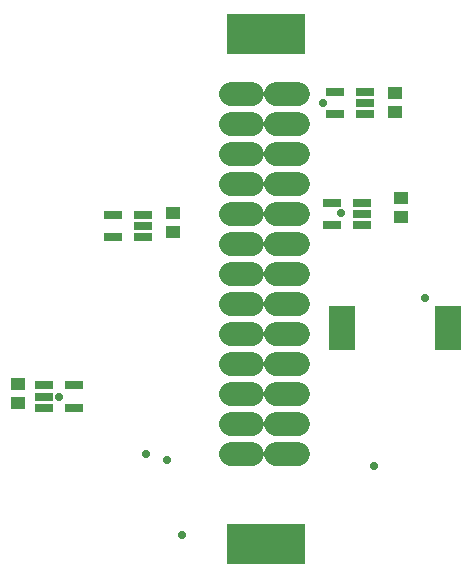
<source format=gbr>
G04 EAGLE Gerber RS-274X export*
G75*
%MOMM*%
%FSLAX34Y34*%
%LPD*%
%INSoldermask Bottom*%
%IPPOS*%
%AMOC8*
5,1,8,0,0,1.08239X$1,22.5*%
G01*
G04 Define Apertures*
%ADD10R,6.654800X3.454400*%
%ADD11R,1.603200X0.803200*%
%ADD12R,2.203200X3.703200*%
%ADD13R,1.177100X1.001900*%
%ADD14C,2.032000*%
%ADD15C,0.705600*%
D10*
X0Y-215900D03*
X0Y215900D03*
D11*
X83435Y166980D03*
X83435Y157480D03*
X83435Y147980D03*
X58435Y147980D03*
X58435Y166980D03*
X-187760Y-100759D03*
X-187760Y-91259D03*
X-187760Y-81759D03*
X-162760Y-81759D03*
X-162760Y-100759D03*
X81080Y73000D03*
X81080Y63500D03*
X81080Y54000D03*
X56080Y54000D03*
X56080Y73000D03*
X-104340Y62840D03*
X-104340Y53340D03*
X-104340Y43840D03*
X-129340Y43840D03*
X-129340Y62840D03*
D12*
X154220Y-33020D03*
X64220Y-33020D03*
D13*
X109220Y149328D03*
X109220Y165632D03*
X114300Y60428D03*
X114300Y76732D03*
X-78740Y47728D03*
X-78740Y64032D03*
X-210015Y-80748D03*
X-210015Y-97052D03*
D14*
X-30226Y165100D02*
X-11938Y165100D01*
X-11938Y139700D02*
X-30226Y139700D01*
X-30226Y114300D02*
X-11938Y114300D01*
X-11938Y88900D02*
X-30226Y88900D01*
X-30226Y63500D02*
X-11938Y63500D01*
X-11938Y38100D02*
X-30226Y38100D01*
X-30226Y12700D02*
X-11938Y12700D01*
X-11938Y-12700D02*
X-30226Y-12700D01*
X-30226Y-38100D02*
X-11938Y-38100D01*
X-11938Y-63500D02*
X-30226Y-63500D01*
X-30226Y-88900D02*
X-11938Y-88900D01*
X-11938Y-114300D02*
X-30226Y-114300D01*
X-30226Y-139700D02*
X-11938Y-139700D01*
X8636Y164846D02*
X26924Y164846D01*
X26924Y139446D02*
X8636Y139446D01*
X8636Y114046D02*
X26924Y114046D01*
X26924Y88646D02*
X8636Y88646D01*
X8636Y63246D02*
X26924Y63246D01*
X26924Y37846D02*
X8636Y37846D01*
X8636Y12446D02*
X26924Y12446D01*
X26924Y-12954D02*
X8636Y-12954D01*
X8636Y-38354D02*
X26924Y-38354D01*
X26924Y-63754D02*
X8636Y-63754D01*
X8636Y-89154D02*
X26924Y-89154D01*
X26924Y-114554D02*
X8636Y-114554D01*
X8636Y-139954D02*
X26924Y-139954D01*
D15*
X91440Y-149860D03*
X-101600Y-139700D03*
X-71120Y-208280D03*
X48260Y157480D03*
X-175260Y-91440D03*
X63300Y64160D03*
X134620Y-7620D03*
X-83820Y-144780D03*
M02*

</source>
